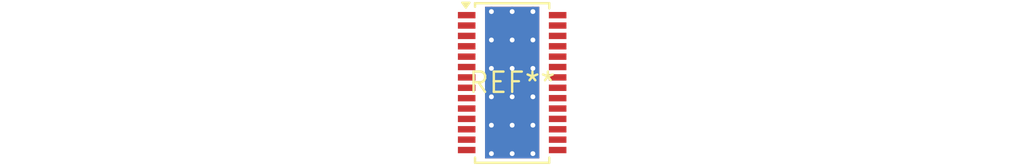
<source format=kicad_pcb>
(kicad_pcb (version 20240108) (generator pcbnew)
  (layers (0 "F.Cu" signal) (31 "B.Cu" signal) (34 "B.Paste" user) (35 "F.Paste" user) (36 "B.SilkS" user "B.Silkscreen") (37 "F.SilkS" user "F.Silkscreen") (38 "B.Mask" user) (39 "F.Mask" user) (44 "Edge.Cuts" user))
  (net 0 "")
  (footprint "HTSSOP-28-1EP_4.4x9.7mm_P0.65mm_EP3.4x9.5mm_ThermalVias" (layer "F.Cu") (at 0 0)
    (property "Reference" "REF**")
    (property "Value" "HTSSOP-28-1EP_4.4x9.7mm_P0.65mm_EP3.4x9.5mm_ThermalVias")
    (fp_line (start -2.325 -4.975) (end -2.325 -4.75) (layer "F.SilkS") (stroke (width 0.15)))
    (fp_line (start -2.325 -4.975) (end 2.325 -4.975) (layer "F.SilkS") (stroke (width 0.15)))
    (fp_line (start -2.325 5.0258) (end -2.325 4.7008) (layer "F.SilkS") (stroke (width 0.15)))
    (fp_line (start -2.325 5.0258) (end 2.325 5.0258) (layer "F.SilkS") (stroke (width 0.15)))
    (fp_line (start 2.325 -4.975) (end 2.325 -4.65) (layer "F.SilkS") (stroke (width 0.15)))
    (fp_line (start 2.325 5.0258) (end 2.325 4.7008) (layer "F.SilkS") (stroke (width 0.15)))
    (fp_poly (pts (xy -2.9 -4.685) (xy -3.14 -5.015) (xy -2.66 -5.015) (xy -2.9 -4.685)) (layer "F.SilkS") (stroke (width 0.12)) (fill solid))
    (pad "1" smd rect (at -2.85 -4.225) (size 1.1 0.4) (layers "F.Cu" "F.Paste" "F.Mask"))
    (pad "2" smd rect (at -2.85 -3.575) (size 1.1 0.4) (layers "F.Cu" "F.Paste" "F.Mask"))
    (pad "3" smd rect (at -2.85 -2.925) (size 1.1 0.4) (layers "F.Cu" "F.Paste" "F.Mask"))
    (pad "4" smd rect (at -2.85 -2.275) (size 1.1 0.4) (layers "F.Cu" "F.Paste" "F.Mask"))
    (pad "5" smd rect (at -2.85 -1.625) (size 1.1 0.4) (layers "F.Cu" "F.Paste" "F.Mask"))
    (pad "6" smd rect (at -2.85 -0.975) (size 1.1 0.4) (layers "F.Cu" "F.Paste" "F.Mask"))
    (pad "7" smd rect (at -2.85 -0.325) (size 1.1 0.4) (layers "F.Cu" "F.Paste" "F.Mask"))
    (pad "8" smd rect (at -2.85 0.325) (size 1.1 0.4) (layers "F.Cu" "F.Paste" "F.Mask"))
    (pad "9" smd rect (at -2.85 0.975) (size 1.1 0.4) (layers "F.Cu" "F.Paste" "F.Mask"))
    (pad "10" smd rect (at -2.85 1.625) (size 1.1 0.4) (layers "F.Cu" "F.Paste" "F.Mask"))
    (pad "11" smd rect (at -2.85 2.275) (size 1.1 0.4) (layers "F.Cu" "F.Paste" "F.Mask"))
    (pad "12" smd rect (at -2.85 2.925) (size 1.1 0.4) (layers "F.Cu" "F.Paste" "F.Mask"))
    (pad "13" smd rect (at -2.85 3.575) (size 1.1 0.4) (layers "F.Cu" "F.Paste" "F.Mask"))
    (pad "14" smd rect (at -2.85 4.225) (size 1.1 0.4) (layers "F.Cu" "F.Paste" "F.Mask"))
    (pad "15" smd rect (at 2.85 4.225) (size 1.1 0.4) (layers "F.Cu" "F.Paste" "F.Mask"))
    (pad "16" smd rect (at 2.85 3.575) (size 1.1 0.4) (layers "F.Cu" "F.Paste" "F.Mask"))
    (pad "17" smd rect (at 2.85 2.925) (size 1.1 0.4) (layers "F.Cu" "F.Paste" "F.Mask"))
    (pad "18" smd rect (at 2.85 2.275) (size 1.1 0.4) (layers "F.Cu" "F.Paste" "F.Mask"))
    (pad "19" smd rect (at 2.85 1.625) (size 1.1 0.4) (layers "F.Cu" "F.Paste" "F.Mask"))
    (pad "20" smd rect (at 2.85 0.975) (size 1.1 0.4) (layers "F.Cu" "F.Paste" "F.Mask"))
    (pad "21" smd rect (at 2.85 0.325) (size 1.1 0.4) (layers "F.Cu" "F.Paste" "F.Mask"))
    (pad "22" smd rect (at 2.85 -0.325) (size 1.1 0.4) (layers "F.Cu" "F.Paste" "F.Mask"))
    (pad "23" smd rect (at 2.85 -0.975) (size 1.1 0.4) (layers "F.Cu" "F.Paste" "F.Mask"))
    (pad "24" smd rect (at 2.85 -1.625) (size 1.1 0.4) (layers "F.Cu" "F.Paste" "F.Mask"))
    (pad "25" smd rect (at 2.85 -2.275) (size 1.1 0.4) (layers "F.Cu" "F.Paste" "F.Mask"))
    (pad "26" smd rect (at 2.85 -2.925) (size 1.1 0.4) (layers "F.Cu" "F.Paste" "F.Mask"))
    (pad "27" smd rect (at 2.85 -3.575) (size 1.1 0.4) (layers "F.Cu" "F.Paste" "F.Mask"))
    (pad "28" smd rect (at 2.85 -4.225) (size 1.1 0.4) (layers "F.Cu" "F.Paste" "F.Mask"))
    (pad "29" thru_hole circle (at -1.3 -4.45) (size 0.6 0.6) (drill 0.3) (layers *.Cu) (remove_unused_layers))
    (pad "29" thru_hole circle (at -1.3 -2.67) (size 0.6 0.6) (drill 0.3) (layers *.Cu) (remove_unused_layers))
    (pad "29" thru_hole circle (at -1.3 -0.89) (size 0.6 0.6) (drill 0.3) (layers *.Cu) (remove_unused_layers))
    (pad "29" thru_hole circle (at -1.3 0.89) (size 0.6 0.6) (drill 0.3) (layers *.Cu) (remove_unused_layers))
    (pad "29" thru_hole circle (at -1.3 2.67) (size 0.6 0.6) (drill 0.3) (layers *.Cu) (remove_unused_layers))
    (pad "29" thru_hole circle (at -1.3 4.45) (size 0.6 0.6) (drill 0.3) (layers *.Cu) (remove_unused_layers))
    (pad "29" thru_hole circle (at 0 -4.45) (size 0.6 0.6) (drill 0.3) (layers *.Cu) (remove_unused_layers))
    (pad "29" thru_hole circle (at 0 -2.67) (size 0.6 0.6) (drill 0.3) (layers *.Cu) (remove_unused_layers))
    (pad "29" thru_hole circle (at 0 -0.89) (size 0.6 0.6) (drill 0.3) (layers *.Cu) (remove_unused_layers))
    (pad "29" smd rect (at 0 0) (size 3.4 9.5) (layers "F.Cu" "F.Mask"))
    (pad "29" smd rect (at 0 0) (size 3.4 9.5) (layers "B.Cu"))
    (pad "29" thru_hole circle (at 0 0.89) (size 0.6 0.6) (drill 0.3) (layers *.Cu) (remove_unused_layers))
    (pad "29" thru_hole circle (at 0 2.67) (size 0.6 0.6) (drill 0.3) (layers *.Cu) (remove_unused_layers))
    (pad "29" thru_hole circle (at 0 4.45) (size 0.6 0.6) (drill 0.3) (layers *.Cu) (remove_unused_layers))
    (pad "29" thru_hole circle (at 1.3 -4.45) (size 0.6 0.6) (drill 0.3) (layers *.Cu) (remove_unused_layers))
    (pad "29" thru_hole circle (at 1.3 -2.67) (size 0.6 0.6) (drill 0.3) (layers *.Cu) (remove_unused_layers))
    (pad "29" thru_hole circle (at 1.3 -0.89) (size 0.6 0.6) (drill 0.3) (layers *.Cu) (remove_unused_layers))
    (pad "29" thru_hole circle (at 1.3 0.89) (size 0.6 0.6) (drill 0.3) (layers *.Cu) (remove_unused_layers))
    (pad "29" thru_hole circle (at 1.3 2.67) (size 0.6 0.6) (drill 0.3) (layers *.Cu) (remove_unused_layers))
    (pad "29" thru_hole circle (at 1.3 4.45) (size 0.6 0.6) (drill 0.3) (layers *.Cu) (remove_unused_layers))
  )
)
</source>
